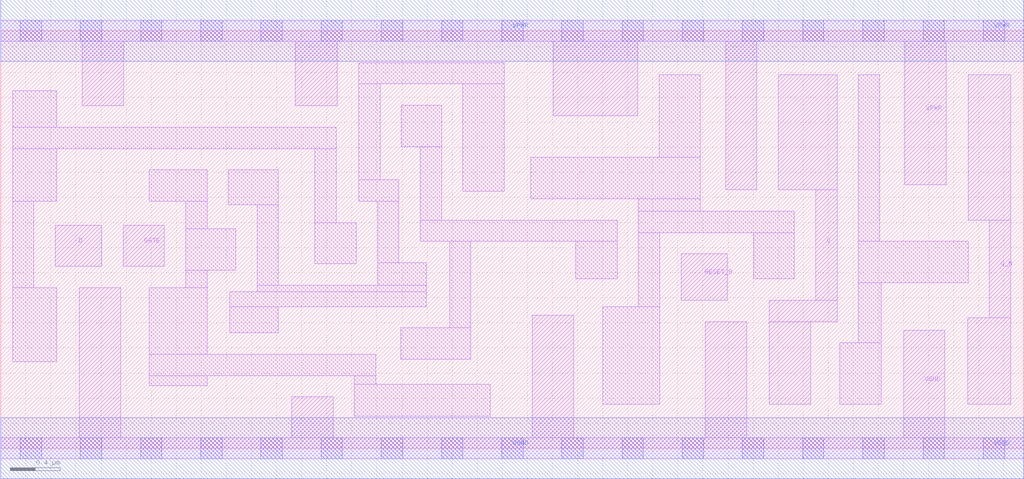
<source format=lef>
# Copyright 2020 The SkyWater PDK Authors
#
# Licensed under the Apache License, Version 2.0 (the "License");
# you may not use this file except in compliance with the License.
# You may obtain a copy of the License at
#
#     https://www.apache.org/licenses/LICENSE-2.0
#
# Unless required by applicable law or agreed to in writing, software
# distributed under the License is distributed on an "AS IS" BASIS,
# WITHOUT WARRANTIES OR CONDITIONS OF ANY KIND, either express or implied.
# See the License for the specific language governing permissions and
# limitations under the License.
#
# SPDX-License-Identifier: Apache-2.0

VERSION 5.7 ;
  NAMESCASESENSITIVE ON ;
  NOWIREEXTENSIONATPIN ON ;
  DIVIDERCHAR "/" ;
  BUSBITCHARS "[]" ;
UNITS
  DATABASE MICRONS 200 ;
END UNITS
MACRO sky130_fd_sc_ms__dlrbp_1
  CLASS CORE ;
  SOURCE USER ;
  FOREIGN sky130_fd_sc_ms__dlrbp_1 ;
  ORIGIN  0.000000  0.000000 ;
  SIZE  8.160000 BY  3.330000 ;
  SYMMETRY X Y ;
  SITE unit ;
  PIN D
    ANTENNAGATEAREA  0.233700 ;
    DIRECTION INPUT ;
    USE SIGNAL ;
    PORT
      LAYER li1 ;
        RECT 0.435000 1.450000 0.805000 1.780000 ;
    END
  END D
  PIN Q
    ANTENNADIFFAREA  0.524500 ;
    DIRECTION OUTPUT ;
    USE SIGNAL ;
    PORT
      LAYER li1 ;
        RECT 6.130000 0.350000 6.460000 1.010000 ;
        RECT 6.130000 1.010000 6.670000 1.180000 ;
        RECT 6.200000 2.060000 6.670000 2.980000 ;
        RECT 6.500000 1.180000 6.670000 2.060000 ;
    END
  END Q
  PIN Q_N
    ANTENNADIFFAREA  0.587400 ;
    DIRECTION OUTPUT ;
    USE SIGNAL ;
    PORT
      LAYER li1 ;
        RECT 7.710000 0.350000 8.055000 1.040000 ;
        RECT 7.715000 1.820000 8.055000 2.980000 ;
        RECT 7.885000 1.040000 8.055000 1.820000 ;
    END
  END Q_N
  PIN RESET_B
    ANTENNAGATEAREA  0.312600 ;
    DIRECTION INPUT ;
    USE SIGNAL ;
    PORT
      LAYER li1 ;
        RECT 5.425000 1.180000 5.795000 1.550000 ;
    END
  END RESET_B
  PIN GATE
    ANTENNAGATEAREA  0.262200 ;
    DIRECTION INPUT ;
    USE CLOCK ;
    PORT
      LAYER li1 ;
        RECT 0.975000 1.450000 1.305000 1.780000 ;
    END
  END GATE
  PIN VGND
    DIRECTION INOUT ;
    USE GROUND ;
    PORT
      LAYER li1 ;
        RECT 0.000000 -0.085000 8.160000 0.085000 ;
        RECT 0.625000  0.085000 0.955000 1.280000 ;
        RECT 2.320000  0.085000 2.650000 0.410000 ;
        RECT 4.240000  0.085000 4.570000 1.060000 ;
        RECT 5.620000  0.085000 5.950000 1.010000 ;
        RECT 7.200000  0.085000 7.530000 0.940000 ;
      LAYER mcon ;
        RECT 0.155000 -0.085000 0.325000 0.085000 ;
        RECT 0.635000 -0.085000 0.805000 0.085000 ;
        RECT 1.115000 -0.085000 1.285000 0.085000 ;
        RECT 1.595000 -0.085000 1.765000 0.085000 ;
        RECT 2.075000 -0.085000 2.245000 0.085000 ;
        RECT 2.555000 -0.085000 2.725000 0.085000 ;
        RECT 3.035000 -0.085000 3.205000 0.085000 ;
        RECT 3.515000 -0.085000 3.685000 0.085000 ;
        RECT 3.995000 -0.085000 4.165000 0.085000 ;
        RECT 4.475000 -0.085000 4.645000 0.085000 ;
        RECT 4.955000 -0.085000 5.125000 0.085000 ;
        RECT 5.435000 -0.085000 5.605000 0.085000 ;
        RECT 5.915000 -0.085000 6.085000 0.085000 ;
        RECT 6.395000 -0.085000 6.565000 0.085000 ;
        RECT 6.875000 -0.085000 7.045000 0.085000 ;
        RECT 7.355000 -0.085000 7.525000 0.085000 ;
        RECT 7.835000 -0.085000 8.005000 0.085000 ;
      LAYER met1 ;
        RECT 0.000000 -0.245000 8.160000 0.245000 ;
    END
  END VGND
  PIN VPWR
    DIRECTION INOUT ;
    USE POWER ;
    PORT
      LAYER li1 ;
        RECT 0.000000 3.245000 8.160000 3.415000 ;
        RECT 0.650000 2.730000 0.980000 3.245000 ;
        RECT 2.350000 2.730000 2.685000 3.245000 ;
        RECT 4.405000 2.650000 5.080000 3.245000 ;
        RECT 5.780000 2.060000 6.030000 3.245000 ;
        RECT 7.210000 2.100000 7.540000 3.245000 ;
      LAYER mcon ;
        RECT 0.155000 3.245000 0.325000 3.415000 ;
        RECT 0.635000 3.245000 0.805000 3.415000 ;
        RECT 1.115000 3.245000 1.285000 3.415000 ;
        RECT 1.595000 3.245000 1.765000 3.415000 ;
        RECT 2.075000 3.245000 2.245000 3.415000 ;
        RECT 2.555000 3.245000 2.725000 3.415000 ;
        RECT 3.035000 3.245000 3.205000 3.415000 ;
        RECT 3.515000 3.245000 3.685000 3.415000 ;
        RECT 3.995000 3.245000 4.165000 3.415000 ;
        RECT 4.475000 3.245000 4.645000 3.415000 ;
        RECT 4.955000 3.245000 5.125000 3.415000 ;
        RECT 5.435000 3.245000 5.605000 3.415000 ;
        RECT 5.915000 3.245000 6.085000 3.415000 ;
        RECT 6.395000 3.245000 6.565000 3.415000 ;
        RECT 6.875000 3.245000 7.045000 3.415000 ;
        RECT 7.355000 3.245000 7.525000 3.415000 ;
        RECT 7.835000 3.245000 8.005000 3.415000 ;
      LAYER met1 ;
        RECT 0.000000 3.085000 8.160000 3.575000 ;
    END
  END VPWR
  OBS
    LAYER li1 ;
      RECT 0.095000 0.690000 0.445000 1.280000 ;
      RECT 0.095000 1.280000 0.265000 1.970000 ;
      RECT 0.095000 1.970000 0.445000 2.390000 ;
      RECT 0.095000 2.390000 2.675000 2.560000 ;
      RECT 0.095000 2.560000 0.445000 2.850000 ;
      RECT 1.185000 0.500000 1.645000 0.580000 ;
      RECT 1.185000 0.580000 2.990000 0.750000 ;
      RECT 1.185000 0.750000 1.645000 1.280000 ;
      RECT 1.185000 1.970000 1.645000 2.220000 ;
      RECT 1.475000 1.280000 1.645000 1.420000 ;
      RECT 1.475000 1.420000 1.875000 1.750000 ;
      RECT 1.475000 1.750000 1.645000 1.970000 ;
      RECT 1.815000 1.940000 2.215000 2.220000 ;
      RECT 1.825000 0.920000 2.215000 1.130000 ;
      RECT 1.825000 1.130000 3.395000 1.250000 ;
      RECT 2.045000 1.250000 3.395000 1.300000 ;
      RECT 2.045000 1.300000 2.215000 1.940000 ;
      RECT 2.505000 1.470000 2.835000 1.800000 ;
      RECT 2.505000 1.800000 2.675000 2.390000 ;
      RECT 2.820000 0.255000 3.905000 0.510000 ;
      RECT 2.820000 0.510000 2.990000 0.580000 ;
      RECT 2.855000 1.970000 3.175000 2.140000 ;
      RECT 2.855000 2.140000 3.025000 2.905000 ;
      RECT 2.855000 2.905000 4.015000 3.075000 ;
      RECT 3.005000 1.300000 3.395000 1.480000 ;
      RECT 3.005000 1.480000 3.175000 1.970000 ;
      RECT 3.190000 0.710000 3.750000 0.960000 ;
      RECT 3.195000 2.405000 3.515000 2.735000 ;
      RECT 3.345000 1.650000 4.915000 1.820000 ;
      RECT 3.345000 1.820000 3.515000 2.405000 ;
      RECT 3.580000 0.960000 3.750000 1.650000 ;
      RECT 3.685000 2.050000 4.015000 2.905000 ;
      RECT 4.225000 1.990000 5.580000 2.320000 ;
      RECT 4.585000 1.350000 4.915000 1.650000 ;
      RECT 4.800000 0.350000 5.255000 1.130000 ;
      RECT 5.085000 1.130000 5.255000 1.720000 ;
      RECT 5.085000 1.720000 6.330000 1.890000 ;
      RECT 5.085000 1.890000 5.580000 1.990000 ;
      RECT 5.250000 2.320000 5.580000 2.980000 ;
      RECT 6.005000 1.350000 6.330000 1.720000 ;
      RECT 6.690000 0.350000 7.020000 0.840000 ;
      RECT 6.840000 0.840000 7.020000 1.320000 ;
      RECT 6.840000 1.320000 7.715000 1.650000 ;
      RECT 6.840000 1.650000 7.010000 2.980000 ;
  END
END sky130_fd_sc_ms__dlrbp_1

</source>
